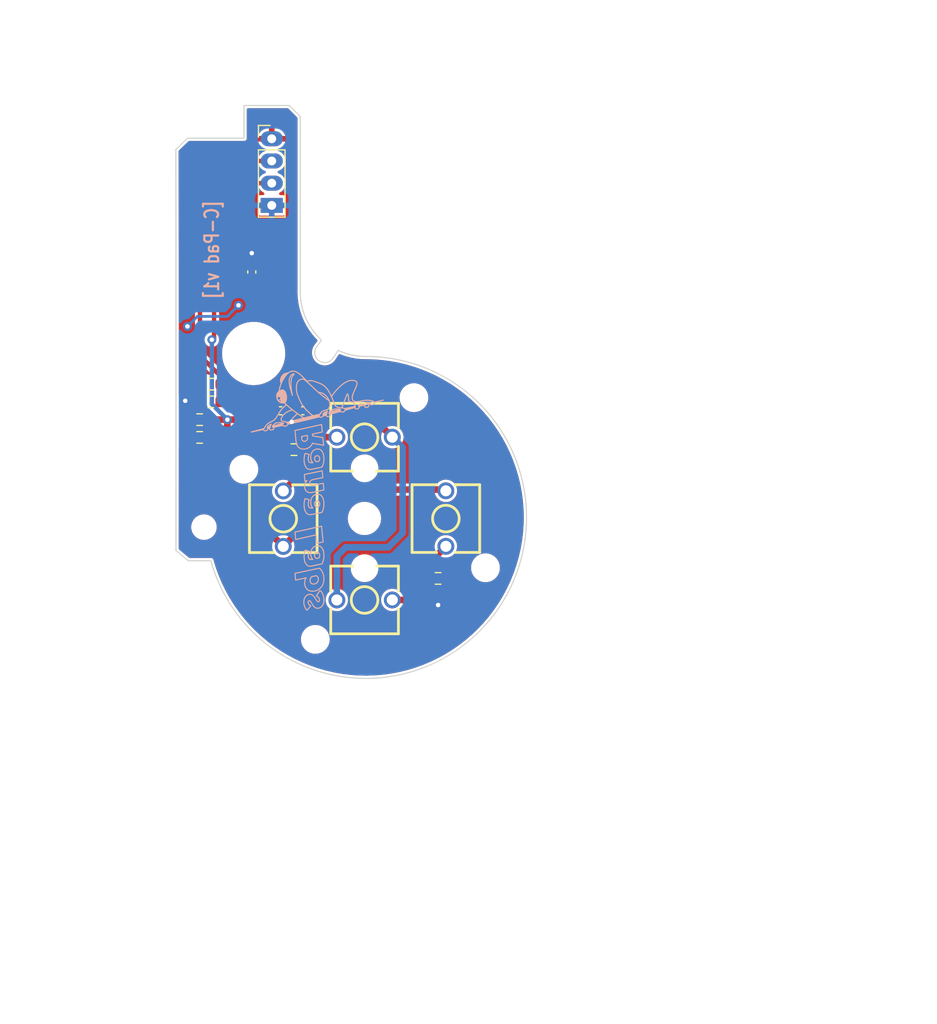
<source format=kicad_pcb>
(kicad_pcb (version 20211014) (generator pcbnew)
  (layers (0 "F.Cu" signal) (31 "B.Cu" signal) (34 "B.Paste" user) (35 "F.Paste" user) (36 "B.SilkS" user "B.Silkscreen") (37 "F.SilkS" user "F.Silkscreen") (38 "B.Mask" user) (39 "F.Mask" user) (44 "Edge.Cuts" user))
  (net 0 "")
  (net 1 "GND")
  (net 2 "/C_y")
  (net 3 "/C_x")
  (net 4 "VCC")
  (net 5 "Net-(R2-Pad1)")
  (net 6 "Net-(R1-Pad1)")
  (footprint "PhobGCC_2_0_0_footprints:C_0402_1005Metric" (layer "F.Cu") (at 128.8 100.5)
    (fp_text reference "C2" hide)
    (fp_text value "100n")
    (pad "1" smd roundrect (at -0.48 0) (size 0.56 0.62) (layers "F.Cu" "F.Paste" "F.Mask") (net 2 "/C_y"))
    (pad "2" smd roundrect (at 0.48 0) (size 0.56 0.62) (layers "F.Cu" "F.Paste" "F.Mask") (net 1 "GND"))
  )
  (footprint "PhobGCC_2_0_0_footprints:MountingHole_2.0mm" (layer "F.Cu") (at 136.37 114.68 90)
    (fp_text reference "H12" hide)
    (fp_text value "MountingHole")
    (pad "" np_thru_hole circle (at 0 0 90) (size 2 2) (drill 2) (layers F&B.Cu *.Mask))
  )
  (footprint "PhobGCC_2_0_0_footprints:C_0402_1005Metric" (layer "F.Cu") (at 130.8 100.5 180)
    (fp_text reference "C3" hide)
    (fp_text value "100n")
    (pad "1" smd roundrect (at -0.48 0 180) (size 0.56 0.62) (layers "F.Cu" "F.Paste" "F.Mask") (net 3 "/C_x"))
    (pad "2" smd roundrect (at 0.48 0 180) (size 0.56 0.62) (layers "F.Cu" "F.Paste" "F.Mask") (net 1 "GND"))
  )
  (footprint "Resistor_SMD:R_0603_1608Metric_Pad0.98x0.95mm_HandSolder" (layer "F.Cu") (at 122.5 99.7 180)
    (fp_text reference "R8" hide)
    (fp_text value "5.6k")
    (pad "1" smd roundrect (at -0.9125 0 180) (size 0.975 0.95) (layers "F.Cu" "F.Paste" "F.Mask") (net 3 "/C_x"))
    (pad "2" smd roundrect (at 0.9125 0 180) (size 0.975 0.95) (layers "F.Cu" "F.Paste" "F.Mask") (net 1 "GND"))
  )
  (footprint "Resistor_SMD:R_0603_1608Metric_Pad0.98x0.95mm_HandSolder" (layer "F.Cu") (at 122.5 98.1)
    (fp_text reference "R7" hide)
    (fp_text value "5.6k")
    (pad "1" smd roundrect (at -0.9125 0) (size 0.975 0.95) (layers "F.Cu" "F.Paste" "F.Mask") (net 4 "VCC"))
    (pad "2" smd roundrect (at 0.9125 0) (size 0.975 0.95) (layers "F.Cu" "F.Paste" "F.Mask") (net 3 "/C_x"))
  )
  (footprint "easyeda2kicad:SW-TH_L6.2-W6.2-P5.00" (layer "F.Cu") (at 143.7 110.21 90)
    (fp_text reference "SW3" hide)
    (fp_text value "C_down")
    (pad "1" thru_hole circle locked (at -2.5 0 90) (size 1.52 1.52) (drill 0.999998) (layers *.Cu *.Paste *.Mask) (net 6 "Net-(R1-Pad1)"))
    (pad "2" thru_hole circle locked (at 2.5 0 90) (size 1.52 1.52) (drill 0.999998) (layers *.Cu *.Paste *.Mask) (net 2 "/C_y"))
  )
  (footprint "easyeda2kicad:SW-TH_L6.2-W6.2-P5.00" (layer "F.Cu") (at 136.37 102.88)
    (fp_text reference "SW4" hide)
    (fp_text value "C_right")
    (pad "1" thru_hole circle locked (at -2.5 0) (size 1.52 1.52) (drill 0.999998) (layers *.Cu *.Paste *.Mask) (net 5 "Net-(R2-Pad1)"))
    (pad "2" thru_hole circle locked (at 2.5 0) (size 1.52 1.52) (drill 0.999998) (layers *.Cu *.Paste *.Mask) (net 3 "/C_x"))
  )
  (footprint "easyeda2kicad:SW-TH_L6.2-W6.2-P5.00" (layer "F.Cu") (at 136.37 117.54 180)
    (fp_text reference "SW1" hide)
    (fp_text value "C_left")
    (pad "1" thru_hole circle locked (at -2.5 0 180) (size 1.52 1.52) (drill 0.999998) (layers *.Cu *.Paste *.Mask) (net 6 "Net-(R1-Pad1)"))
    (pad "2" thru_hole circle locked (at 2.5 0 180) (size 1.52 1.52) (drill 0.999998) (layers *.Cu *.Paste *.Mask) (net 3 "/C_x"))
  )
  (footprint "Resistor_SMD:R_0603_1608Metric_Pad0.98x0.95mm_HandSolder" (layer "F.Cu") (at 143 115.6)
    (fp_text reference "R1" hide)
    (fp_text value "1.1k")
    (pad "1" smd roundrect (at -0.9125 0) (size 0.975 0.95) (layers "F.Cu" "F.Paste" "F.Mask") (net 6 "Net-(R1-Pad1)"))
    (pad "2" smd roundrect (at 0.9125 0) (size 0.975 0.95) (layers "F.Cu" "F.Paste" "F.Mask") (net 1 "GND"))
  )
  (footprint "MountingHole:MountingHole_2.1mm" (layer "F.Cu") (at 131.93 121.09)
    (fp_text reference "H4" hide)
    (fp_text value "MountingHole")
    (pad "" np_thru_hole circle (at 0 0) (size 2.1 2.1) (drill 2.1) (layers *.Cu *.Mask))
  )
  (footprint "PhobGCC_2_0_0_footprints:C_0402_1005Metric" (layer "F.Cu") (at 126.2 88 90)
    (fp_text reference "C1" hide)
    (fp_text value "100n")
    (pad "1" smd roundrect (at -0.48 0 90) (size 0.56 0.62) (layers "F.Cu" "F.Paste" "F.Mask") (net 4 "VCC"))
    (pad "2" smd roundrect (at 0.48 0 90) (size 0.56 0.62) (layers "F.Cu" "F.Paste" "F.Mask") (net 1 "GND"))
  )
  (footprint "MountingHole:MountingHole_2.5mm" (layer "F.Cu") (at 136.36 110.2)
    (fp_text reference "H5" hide)
    (fp_text value "MountingHole")
    (pad "" np_thru_hole circle (at 0 0) (size 2.5 2.5) (drill 2.5) (layers *.Cu *.Mask))
  )
  (footprint "easyeda2kicad:SW-TH_L6.2-W6.2-P5.00" (layer "F.Cu") (at 129.04 110.22 -90)
    (fp_text reference "SW2" hide)
    (fp_text value "C_up")
    (pad "1" thru_hole circle locked (at -2.5 0 270) (size 1.52 1.52) (drill 0.999998) (layers *.Cu *.Paste *.Mask) (net 5 "Net-(R2-Pad1)"))
    (pad "2" thru_hole circle locked (at 2.5 0 270) (size 1.52 1.52) (drill 0.999998) (layers *.Cu *.Paste *.Mask) (net 2 "/C_y"))
  )
  (footprint "Resistor_SMD:R_0603_1608Metric_Pad0.98x0.95mm_HandSolder" (layer "F.Cu") (at 121.5 101.3 180)
    (fp_text reference "R6" hide)
    (fp_text value "5.6k")
    (pad "1" smd roundrect (at -0.9125 0 180) (size 0.975 0.95) (layers "F.Cu" "F.Paste" "F.Mask") (net 2 "/C_y"))
    (pad "2" smd roundrect (at 0.9125 0 180) (size 0.975 0.95) (layers "F.Cu" "F.Paste" "F.Mask") (net 1 "GND"))
  )
  (footprint "Resistor_SMD:R_0603_1608Metric_Pad0.98x0.95mm_HandSolder" (layer "F.Cu") (at 130 104 180)
    (fp_text reference "R2" hide)
    (fp_text value "1.1k")
    (pad "1" smd roundrect (at -0.9125 0 180) (size 0.975 0.95) (layers "F.Cu" "F.Paste" "F.Mask") (net 5 "Net-(R2-Pad1)"))
    (pad "2" smd roundrect (at 0.9125 0 180) (size 0.975 0.95) (layers "F.Cu" "F.Paste" "F.Mask") (net 4 "VCC"))
  )
  (footprint "MountingHole:MountingHole_2.1mm" (layer "F.Cu") (at 147.27 114.64)
    (fp_text reference "H3" hide)
    (fp_text value "MountingHole")
    (pad "" np_thru_hole circle (at 0 0) (size 2.1 2.1) (drill 2.1) (layers *.Cu *.Mask))
  )
  (footprint "MountingHole:MountingHole_2.1mm" (layer "F.Cu") (at 125.48 105.77)
    (fp_text reference "H1" hide)
    (fp_text value "MountingHole")
    (pad "" np_thru_hole circle (at 0 0) (size 2.1 2.1) (drill 2.1) (layers *.Cu *.Mask))
  )
  (footprint "PhobGCC_2_0_0_footprints:MountingHole_1.8mm" (layer "F.Cu") (at 121.89 110.98 90)
    (fp_text reference "H10" hide)
    (fp_text value "MountingHole")
    (pad "" np_thru_hole circle (at 0 0 90) (size 1.8 1.8) (drill 1.8) (layers F&B.Cu *.Mask))
  )
  (footprint "PhobGCC_2_0_0_footprints:MountingHole_2.0mm" (layer "F.Cu") (at 136.37 105.68 90)
    (fp_text reference "H13" hide)
    (fp_text value "MountingHole")
    (pad "" np_thru_hole circle (at 0 0 90) (size 2 2) (drill 2) (layers F&B.Cu *.Mask))
  )
  (footprint "MountingHole:MountingHole_2.1mm" (layer "F.Cu") (at 140.82 99.32)
    (fp_text reference "H2" hide)
    (fp_text value "MountingHole")
    (pad "" np_thru_hole circle (at 0 0) (size 2.1 2.1) (drill 2.1) (layers *.Cu *.Mask))
  )
  (footprint "PhobGCC_2_0_0_footprints:MountingHole_5.2mm" (layer "F.Cu") (at 126.37 95.34 90)
    (fp_text reference "H11" hide)
    (fp_text value "MountingHole")
    (pad "" np_thru_hole circle (at 0 0 90) (size 5.2 5.2) (drill 5.2) (layers F&B.Cu *.Mask))
  )
  (footprint "Connector_PinHeader_2.00mm:PinHeader_1x04_P2.00mm_Vertical" (layer "F.Cu") (at 128 76)
    (fp_text reference "J1" hide)
    (fp_text value "Conn_01x04")
    (pad "1" thru_hole oval (at 0 0) (size 2 1.35) (drill 0.8) (layers *.Cu *.Mask) (net 4 "VCC"))
    (pad "2" thru_hole oval (at 0 2) (size 2 1.35) (drill 0.8) (layers *.Cu *.Mask) (net 3 "/C_x"))
    (pad "3" thru_hole oval (at 0 4) (size 2 1.35) (drill 0.8) (layers *.Cu *.Mask) (net 2 "/C_y"))
    (pad "4" thru_hole rect (at 0 6) (size 2 1.35) (drill 0.8) (layers *.Cu *.Mask) (net 1 "GND"))
  )
  (footprint "Resistor_SMD:R_0603_1608Metric_Pad0.98x0.95mm_HandSolder" (layer "F.Cu") (at 121.5 102.9)
    (fp_text reference "R5" hide)
    (fp_text value "5.6k")
    (pad "1" smd roundrect (at -0.9125 0) (size 0.975 0.95) (layers "F.Cu" "F.Paste" "F.Mask") (net 4 "VCC"))
    (pad "2" smd roundrect (at 0.9125 0) (size 0.975 0.95) (layers "F.Cu" "F.Paste" "F.Mask") (net 2 "/C_y"))
  )
  (footprint "logo:logo_no_text_tiny" (layer "B.Cu") (at 132.1 100.5 -90)
    (fp_text reference "G***" hide)
    (fp_text value "LOGO" hide)
  )
  (footprint "logo:text_only_horizontal_4mm_tall" (layer "B.Cu") (at 131.328624 109.859004 -90)
    (fp_text reference "G***" hide)
    (fp_text value "LOGO" hide)
  )
  (gr_arc (start 136.4732 95.606117) (mid 148.023637 118.872944) (end 122.507528 114.006117) (layer "Edge.Cuts") (width 0.1))
  (gr_line (start 132.492083 94.141342) (end 132.025578 94.761017) (layer "Edge.Cuts") (width 0.1))
  (gr_arc (start 133.523763 95.758735) (mid 132.275846 96.008917) (end 132.025578 94.761017) (layer "Edge.Cuts") (width 0.1))
  (gr_line (start 120.4214 75.946) (end 125.5 75.946) (layer "Edge.Cuts") (width 0.1))
  (gr_line (start 119.3672 93.842952) (end 119.367157 94.464952) (layer "Edge.Cuts") (width 0.1))
  (gr_line (start 130.5732 89.706117) (end 130.5732 86.506117) (layer "Edge.Cuts") (width 0.1))
  (gr_line (start 119.3672 93.842952) (end 119.3672 86.5874) (layer "Edge.Cuts") (width 0.1))
  (gr_arc (start 132.492083 94.141342) (mid 131.057512 92.129292) (end 130.5732 89.706117) (layer "Edge.Cuts") (width 0.1))
  (gr_line (start 133.523763 95.758735) (end 133.990269 95.058224) (layer "Edge.Cuts") (width 0.1))
  (gr_line (start 129.5732 73) (end 125.5 73) (layer "Edge.Cuts") (width 0.1))
  (gr_line (start 130.5732 86.506117) (end 130.5732 75.278235) (layer "Edge.Cuts") (width 0.1))
  (gr_line (start 119.3546 76.962) (end 120.4214 75.946) (layer "Edge.Cuts") (width 0.1))
  (gr_line (start 119.367157 103.765952) (end 119.364307 113.086952) (layer "Edge.Cuts") (width 0.1))
  (gr_line (start 130.5732 74) (end 129.5732 73) (layer "Edge.Cuts") (width 0.1))
  (gr_line (start 119.364307 113.086952) (end 120.4732 114.006117) (layer "Edge.Cuts") (width 0.1))
  (gr_line (start 119.367157 94.464952) (end 119.367157 103.765952) (layer "Edge.Cuts") (width 0.1))
  (gr_line (start 119.3672 86.5874) (end 119.3546 76.962) (layer "Edge.Cuts") (width 0.1))
  (gr_line (start 125.5 73) (end 125.5 75.946) (layer "Edge.Cuts") (width 0.1))
  (gr_line (start 130.5732 75.278235) (end 130.5732 74) (layer "Edge.Cuts") (width 0.1))
  (gr_arc (start 136.4732 95.606117) (mid 135.201851 95.467595) (end 133.990269 95.058224) (layer "Edge.Cuts") (width 0.1))
  (gr_line (start 120.4732 114.006117) (end 122.507528 114.006117) (layer "Edge.Cuts") (width 0.1))
  (gr_text "[C-Pad v1]" (at 122.6 86 90) (layer "B.SilkS") (effects (font (size 1.25 1) (thickness 0.2)) (justify mirror)))
  (segment (start 129.8 100.5) (end 129.8 101.5) (width 0.6) (layer "F.Cu") (net 1))
  (segment (start 120.3 99.7) (end 121.4 99.7) (width 0.6) (layer "F.Cu") (net 1))
  (segment (start 120.5875 99.9875) (end 120.5875 101.3) (width 0.6) (layer "F.Cu") (net 1))
  (segment (start 129.8 100.5) (end 130.32 100.5) (width 0.6) (layer "F.Cu") (net 1))
  (segment (start 126.2 87.52) (end 126.2 86.3) (width 0.4) (layer "F.Cu") (net 1))
  (segment (start 120.2 99.6) (end 120.3 99.7) (width 0.6) (layer "F.Cu") (net 1))
  (segment (start 121.4875 99.7) (end 121.4 99.7) (width 0.25) (layer "F.Cu") (net 1))
  (segment (start 120.2 99.6) (end 120.5875 99.9875) (width 0.6) (layer "F.Cu") (net 1))
  (segment (start 143.9125 115.6) (end 143.9125 117.0875) (width 0.6) (layer "F.Cu") (net 1))
  (segment (start 129.28 100.5) (end 129.8 100.5) (width 0.6) (layer "F.Cu") (net 1))
  (segment (start 143.9125 117.0875) (end 143 118) (width 0.6) (layer "F.Cu") (net 1))
  (via (at 126.2 86.3) (size 0.8) (drill 0.4) (layers "F.Cu" "B.Cu") (net 1))
  (via (at 129.8 101.5) (size 0.8) (drill 0.4) (layers "F.Cu" "B.Cu") (net 1))
  (via (at 143 118) (size 0.8) (drill 0.4) (layers "F.Cu" "B.Cu") (net 1))
  (via (at 120.2 99.6) (size 0.8) (drill 0.4) (layers "F.Cu" "B.Cu") (net 1))
  (segment (start 128.32 100.5) (end 128 100.5) (width 0.6) (layer "F.Cu") (net 2))
  (segment (start 124 101.9) (end 123 102.9) (width 0.6) (layer "F.Cu") (net 2))
  (segment (start 122.8 83) (end 125.8 80) (width 0.4) (layer "F.Cu") (net 2))
  (segment (start 123 102.9) (end 122.4125 102.9) (width 0.25) (layer "F.Cu") (net 2))
  (segment (start 122.8 93.9) (end 122.8 83) (width 0.4) (layer "F.Cu") (net 2))
  (segment (start 125.8 80) (end 128 80) (width 0.4) (layer "F.Cu") (net 2))
  (segment (start 125.6 101.3) (end 124 101.3) (width 0.6) (layer "F.Cu") (net 2))
  (segment (start 127.4 103.1) (end 126.4 102.1) (width 0.6) (layer "F.Cu") (net 2))
  (segment (start 122.6 94.1) (end 122.8 93.9) (width 0.4) (layer "F.Cu") (net 2))
  (segment (start 124 101.3) (end 124 101.9) (width 0.6) (layer "F.Cu") (net 2))
  (segment (start 124 101.3) (end 122.4125 101.3) (width 0.6) (layer "F.Cu") (net 2))
  (segment (start 134.16 107.6) (end 129.04 112.72) (width 0.6) (layer "F.Cu") (net 2))
  (segment (start 128 100.5) (end 126.4 102.1) (width 0.6) (layer "F.Cu") (net 2))
  (segment (start 143.7 107.71) (end 143.59 107.6) (width 0.6) (layer "F.Cu") (net 2))
  (segment (start 143.59 107.6) (end 134.16 107.6) (width 0.6) (layer "F.Cu") (net 2))
  (segment (start 129.04 112.72) (end 127.4 111.08) (width 0.6) (layer "F.Cu") (net 2))
  (segment (start 126.4 102.1) (end 125.6 101.3) (width 0.6) (layer "F.Cu") (net 2))
  (segment (start 127.4 111.08) (end 127.4 103.1) (width 0.6) (layer "F.Cu") (net 2))
  (via (at 122.6 94.1) (size 0.8) (drill 0.4) (layers "F.Cu" "B.Cu") (net 2))
  (via (at 124 101.3) (size 0.8) (drill 0.4) (layers "F.Cu" "B.Cu") (net 2))
  (segment (start 122.6 99.9) (end 122.6 94.1) (width 0.4) (layer "B.Cu") (net 2))
  (segment (start 124 101.3) (end 122.6 99.9) (width 0.4) (layer "B.Cu") (net 2))
  (segment (start 138.87 102.88) (end 135.29 99.3) (width 0.6) (layer "F.Cu") (net 3))
  (segment (start 123.3125 97.3125) (end 123.3125 98.1) (width 0.4) (layer "F.Cu") (net 3))
  (segment (start 135.29 99.3) (end 124.2 99.3) (width 0.6) (layer "F.Cu") (net 3))
  (segment (start 123.4125 98.1) (end 123.3125 98.2) (width 0.6) (layer "F.Cu") (net 3))
  (segment (start 121.53 82.27) (end 121.53 95.53) (width 0.4) (layer "F.Cu") (net 3))
  (segment (start 121.53 95.53) (end 123.3125 97.3125) (width 0.4) (layer "F.Cu") (net 3))
  (segment (start 125.8 78) (end 121.53 82.27) (width 0.4) (layer "F.Cu") (net 3))
  (segment (start 124.2 99.3) (end 123.8 99.7) (width 0.6) (layer "F.Cu") (net 3))
  (segment (start 131.28 100.5) (end 131.28 99.3) (width 0.6) (layer "F.Cu") (net 3))
  (segment (start 123.8 99.7) (end 123.4125 99.7) (width 0.6) (layer "F.Cu") (net 3))
  (segment (start 123.3125 98.2) (end 123.3125 99.7) (width 0.6) (layer "F.Cu") (net 3))
  (segment (start 127.1888 77.9924) (end 128.016 77.9924) (width 0.25) (layer "F.Cu") (net 3))
  (segment (start 128 78) (end 125.8 78) (width 0.4) (layer "F.Cu") (net 3))
  (segment (start 139.8 111.500281) (end 139.8 103.81) (width 0.6) (layer "B.Cu") (net 3))
  (segment (start 133.87 113.594491) (end 134.664491 112.8) (width 0.6) (layer "B.Cu") (net 3))
  (segment (start 134.664491 112.8) (end 138.500281 112.8) (width 0.6) (layer "B.Cu") (net 3))
  (segment (start 139.8 103.81) (end 138.87 102.88) (width 0.6) (layer "B.Cu") (net 3))
  (segment (start 138.500281 112.8) (end 139.8 111.500281) (width 0.6) (layer "B.Cu") (net 3))
  (segment (start 133.87 117.54) (end 133.87 113.594491) (width 0.6) (layer "B.Cu") (net 3))
  (via (at 120.4 92.9) (size 0.8) (drill 0.4) (layers "F.Cu" "B.Cu") (net 4))
  (via (at 125 91) (size 0.8) (drill 0.4) (layers "F.Cu" "B.Cu") (net 4))
  (segment (start 121.3 92) (end 120.4 92.9) (width 0.25) (layer "B.Cu") (net 4))
  (segment (start 125 91) (end 124 92) (width 0.25) (layer "B.Cu") (net 4))
  (segment (start 124 92) (end 121.3 92) (width 0.25) (layer "B.Cu") (net 4))
  (segment (start 127.8172 75.9924) (end 128.016 75.9924) (width 0.3) (layer "B.Cu") (net 4))
  (segment (start 130.9125 105.8475) (end 129.04 107.72) (width 0.6) (layer "F.Cu") (net 5))
  (segment (start 132.0325 102.88) (end 130.9125 104) (width 0.6) (layer "F.Cu") (net 5))
  (segment (start 130.9125 104) (end 130.9125 105.8475) (width 0.6) (layer "F.Cu") (net 5))
  (segment (start 133.87 102.88) (end 132.0325 102.88) (width 0.6) (layer "F.Cu") (net 5))
  (segment (start 140.1475 117.54) (end 142.0875 115.6) (width 0.6) (layer "F.Cu") (net 6))
  (segment (start 142.0875 115.6) (end 142.0875 114.3225) (width 0.6) (layer "F.Cu") (net 6))
  (segment (start 142.0875 114.3225) (end 143.7 112.71) (width 0.6) (layer "F.Cu") (net 6))
  (segment (start 138.87 117.54) (end 140.1475 117.54) (width 0.6) (layer "F.Cu") (net 6))
  (zone (net 4) (net_name "VCC") (layer "F.Cu") (connect_pads (clearance 0.25)) (min_thickness 0.254) (fill yes (thermal_gap 0.508) (thermal_bridge_width 0.508))
    (polygon (pts (xy 188 155.75) (xy 103.5 155.75) (xy 103.5 63.5) (xy 188 63.5)))
  )
  (zone (net 1) (net_name "GND") (layer "B.Cu") (connect_pads (clearance 0.25)) (min_thickness 0.254) (fill yes (thermal_gap 0.508) (thermal_bridge_width 0.508))
    (polygon (pts (xy 130.81 86.614) (xy 136.2964 92.1004) (xy 152.4 92.1004) (xy 152.4 127) (xy 118.5672 127) (xy 118.5672 69.0572) (xy 130.81 69.0572)))
  )
)
</source>
